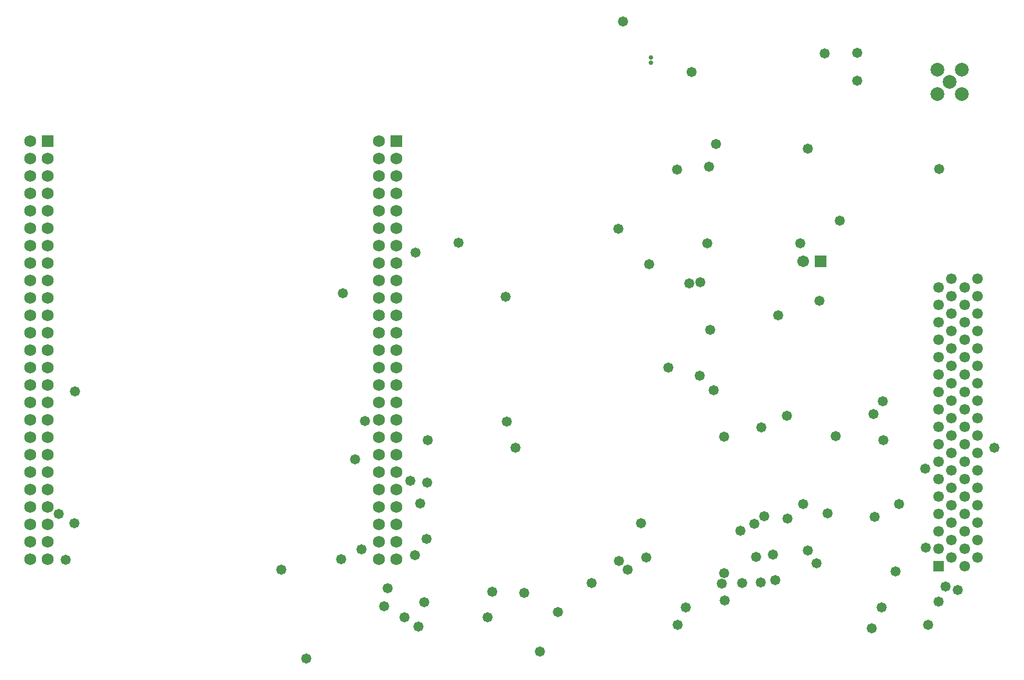
<source format=gbr>
%TF.GenerationSoftware,Altium Limited,Altium Designer,19.0.15 (446)*%
G04 Layer_Color=16711935*
%FSLAX26Y26*%
%MOIN*%
%TF.FileFunction,Soldermask,Bot*%
%TF.Part,Single*%
G01*
G75*
%TA.AperFunction,ComponentPad*%
%ADD48C,0.078866*%
%ADD49R,0.061150X0.061150*%
%ADD50C,0.061150*%
%ADD51C,0.069024*%
%ADD52R,0.069024X0.069024*%
%ADD53R,0.067055X0.067055*%
%ADD54C,0.067055*%
%TA.AperFunction,ViaPad*%
%ADD55C,0.058000*%
%TA.AperFunction,TestPad*%
%ADD56C,0.058000*%
%TA.AperFunction,ViaPad*%
%ADD57C,0.078866*%
%ADD58C,0.025197*%
D48*
X5403631Y3408573D02*
D03*
X5334034Y3338976D02*
D03*
Y3478171D02*
D03*
X5473228Y3338976D02*
D03*
Y3478171D02*
D03*
D49*
X5338778Y629128D02*
D03*
D50*
Y729128D02*
D03*
Y829128D02*
D03*
Y929128D02*
D03*
Y1029128D02*
D03*
Y1129128D02*
D03*
Y1229128D02*
D03*
Y1329128D02*
D03*
Y1429128D02*
D03*
Y1529128D02*
D03*
Y1629128D02*
D03*
Y1729128D02*
D03*
Y1829128D02*
D03*
Y1929128D02*
D03*
Y2029128D02*
D03*
Y2129128D02*
D03*
Y2229128D02*
D03*
X5413780Y679128D02*
D03*
Y779128D02*
D03*
Y879128D02*
D03*
Y979128D02*
D03*
Y1079128D02*
D03*
Y1179128D02*
D03*
Y1279128D02*
D03*
Y1379128D02*
D03*
Y1479128D02*
D03*
Y1579128D02*
D03*
Y1679128D02*
D03*
Y1779128D02*
D03*
Y1879128D02*
D03*
Y1979128D02*
D03*
Y2079128D02*
D03*
Y2179128D02*
D03*
Y2279128D02*
D03*
X5488778Y629128D02*
D03*
X5563780Y679128D02*
D03*
X5488778Y729128D02*
D03*
Y829128D02*
D03*
Y929128D02*
D03*
Y1029128D02*
D03*
Y1129128D02*
D03*
Y1229128D02*
D03*
Y1329128D02*
D03*
Y1429128D02*
D03*
Y1529128D02*
D03*
Y1629128D02*
D03*
Y1729128D02*
D03*
Y1829128D02*
D03*
Y1929128D02*
D03*
Y2029128D02*
D03*
Y2129128D02*
D03*
Y2229128D02*
D03*
X5563780Y779128D02*
D03*
Y879128D02*
D03*
Y979128D02*
D03*
Y1079128D02*
D03*
Y1179128D02*
D03*
Y1279128D02*
D03*
Y1379128D02*
D03*
Y1479128D02*
D03*
Y1579128D02*
D03*
Y1679128D02*
D03*
Y1779128D02*
D03*
Y1879128D02*
D03*
Y1979128D02*
D03*
Y2079128D02*
D03*
Y2179128D02*
D03*
Y2279128D02*
D03*
D51*
X2131418Y670118D02*
D03*
Y770118D02*
D03*
Y870118D02*
D03*
Y970118D02*
D03*
Y1070118D02*
D03*
Y1170118D02*
D03*
Y1270118D02*
D03*
Y1370118D02*
D03*
Y1470118D02*
D03*
Y1570118D02*
D03*
Y1670118D02*
D03*
Y1770118D02*
D03*
Y1870118D02*
D03*
Y1970118D02*
D03*
Y2070118D02*
D03*
Y2170118D02*
D03*
Y2270118D02*
D03*
Y2370118D02*
D03*
Y2470118D02*
D03*
Y2570118D02*
D03*
Y2670118D02*
D03*
Y2770118D02*
D03*
Y2870118D02*
D03*
Y2970118D02*
D03*
Y3070118D02*
D03*
X2231418Y670118D02*
D03*
Y770118D02*
D03*
Y870118D02*
D03*
Y970118D02*
D03*
Y1070118D02*
D03*
Y1170118D02*
D03*
Y1270118D02*
D03*
Y1370118D02*
D03*
Y1470118D02*
D03*
Y1570118D02*
D03*
Y1670118D02*
D03*
Y1770118D02*
D03*
Y1870118D02*
D03*
Y1970118D02*
D03*
Y2070118D02*
D03*
Y2170118D02*
D03*
Y2270118D02*
D03*
Y2370118D02*
D03*
Y2470118D02*
D03*
Y2570118D02*
D03*
Y2670118D02*
D03*
Y2770118D02*
D03*
Y2870118D02*
D03*
Y2970118D02*
D03*
X131418Y670118D02*
D03*
Y770118D02*
D03*
Y870118D02*
D03*
Y970118D02*
D03*
Y1070118D02*
D03*
Y1170118D02*
D03*
Y1270118D02*
D03*
Y1370118D02*
D03*
Y1470118D02*
D03*
Y1570118D02*
D03*
Y1670118D02*
D03*
Y1770118D02*
D03*
Y1870118D02*
D03*
Y1970118D02*
D03*
Y2070118D02*
D03*
Y2170118D02*
D03*
Y2270118D02*
D03*
Y2370118D02*
D03*
Y2470118D02*
D03*
Y2570118D02*
D03*
Y2670118D02*
D03*
Y2770118D02*
D03*
Y2870118D02*
D03*
Y2970118D02*
D03*
Y3070118D02*
D03*
X231418Y670118D02*
D03*
Y770118D02*
D03*
Y870118D02*
D03*
Y970118D02*
D03*
Y1070118D02*
D03*
Y1170118D02*
D03*
Y1270118D02*
D03*
Y1370118D02*
D03*
Y1470118D02*
D03*
Y1570118D02*
D03*
Y1670118D02*
D03*
Y1770118D02*
D03*
Y1870118D02*
D03*
Y1970118D02*
D03*
Y2070118D02*
D03*
Y2170118D02*
D03*
Y2270118D02*
D03*
Y2370118D02*
D03*
Y2470118D02*
D03*
Y2570118D02*
D03*
Y2670118D02*
D03*
Y2770118D02*
D03*
Y2870118D02*
D03*
Y2970118D02*
D03*
D52*
X2231418Y3070118D02*
D03*
X231418D02*
D03*
D53*
X4664174Y2380710D02*
D03*
D54*
X4564174D02*
D03*
D55*
X4874803Y3574803D02*
D03*
Y3417323D02*
D03*
X3502756Y2565354D02*
D03*
X5344095Y2909843D02*
D03*
X2862231Y1459055D02*
D03*
X2913122Y1308822D02*
D03*
X3635346Y875591D02*
D03*
X1714000Y98000D02*
D03*
X3054000Y140000D02*
D03*
X4655512Y2153150D02*
D03*
X2857480Y2176772D02*
D03*
X3922440Y3466141D02*
D03*
X4325016Y1425984D02*
D03*
X4589174Y3026772D02*
D03*
X3531496Y3756692D02*
D03*
X4022834Y2922834D02*
D03*
X4031072Y1986614D02*
D03*
X4389000Y694882D02*
D03*
X4589370Y720079D02*
D03*
X5094912Y600000D02*
D03*
X4214960Y531526D02*
D03*
X4097000Y527953D02*
D03*
X2277098Y337252D02*
D03*
X2179528Y502756D02*
D03*
X2160236Y399606D02*
D03*
X2391748Y421276D02*
D03*
X4750196Y1374804D02*
D03*
X4775197Y2611811D02*
D03*
X4705118Y934130D02*
D03*
X4548376Y2483000D02*
D03*
X4473228Y901181D02*
D03*
X3790551Y1769449D02*
D03*
X4284646Y871260D02*
D03*
X4203543Y833465D02*
D03*
X4341248Y917598D02*
D03*
X3156693Y367716D02*
D03*
X4973228Y911417D02*
D03*
X4113000Y434000D02*
D03*
X5014000Y393766D02*
D03*
X4322000Y537000D02*
D03*
X3506299Y658268D02*
D03*
X3557296Y608268D02*
D03*
X1571650Y611022D02*
D03*
X1915354Y669096D02*
D03*
X3841338Y2904756D02*
D03*
X4065214Y3053012D02*
D03*
X4012134Y2483000D02*
D03*
X4404000Y548000D02*
D03*
X3679922Y2361418D02*
D03*
X3845000Y293766D02*
D03*
X5661000Y1310000D02*
D03*
X2367748Y991000D02*
D03*
X2357000Y281504D02*
D03*
X3889000Y393766D02*
D03*
X1995000Y1244000D02*
D03*
X5342000Y426000D02*
D03*
X4967000Y1501394D02*
D03*
X5022000Y1576000D02*
D03*
X3970078Y1722834D02*
D03*
X3665000Y680000D02*
D03*
X2340000Y2431000D02*
D03*
X4563000Y985000D02*
D03*
X5114000D02*
D03*
X3910630Y2254166D02*
D03*
X3974000Y2261000D02*
D03*
X4472000Y1493000D02*
D03*
X5380000Y514000D02*
D03*
X2965000Y475000D02*
D03*
X5451000Y494000D02*
D03*
X333000Y665000D02*
D03*
X4110000Y591000D02*
D03*
X4051700Y1639370D02*
D03*
X4111000Y1374000D02*
D03*
X386000Y1632000D02*
D03*
X383000Y876000D02*
D03*
X295000Y928000D02*
D03*
X3349888Y532000D02*
D03*
X4956000Y273766D02*
D03*
X2403000Y786000D02*
D03*
X2336000Y693000D02*
D03*
X2050394Y1463606D02*
D03*
X2409000Y1353000D02*
D03*
X5264000Y1191000D02*
D03*
X2407000Y1108000D02*
D03*
X2312000Y1121000D02*
D03*
X1924804Y2197244D02*
D03*
X2031000Y726000D02*
D03*
X2752512Y337252D02*
D03*
X2782000Y482000D02*
D03*
X4294000Y682000D02*
D03*
X5282000Y294000D02*
D03*
X2587000Y2485000D02*
D03*
X4640064Y646064D02*
D03*
X5265716Y734716D02*
D03*
X5024000Y1353000D02*
D03*
X4420000Y2069000D02*
D03*
D56*
X4687795Y3571260D02*
D03*
D57*
X5473228Y3478171D02*
D03*
Y3338976D02*
D03*
X5334034Y3478171D02*
D03*
Y3338976D02*
D03*
X5403631Y3408573D02*
D03*
D58*
X3689292Y3519804D02*
D03*
Y3550552D02*
D03*
%TF.MD5,42a4dbaa93aa2d8b0c7dbc2f022db5b4*%
M02*

</source>
